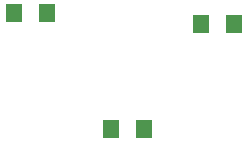
<source format=gbr>
G04 DipTrace 2.3.1.0*
%INBottomPaste.gbr*%
%MOIN*%
%ADD62R,0.0551X0.063*%
%FSLAX44Y44*%
G04*
G70*
G90*
G75*
G01*
%LNBotPaste*%
%LPD*%
D62*
X22750Y12187D3*
X23852D3*
X16522Y12562D3*
X17625D3*
X19750Y8687D3*
X20852D3*
M02*

</source>
